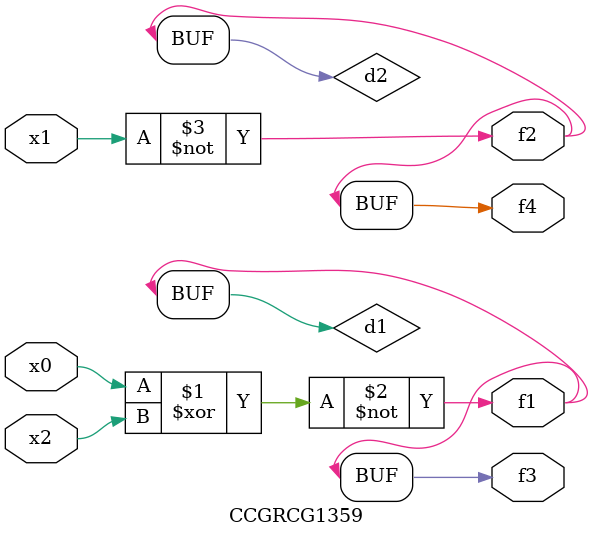
<source format=v>
module CCGRCG1359(
	input x0, x1, x2,
	output f1, f2, f3, f4
);

	wire d1, d2, d3;

	xnor (d1, x0, x2);
	nand (d2, x1);
	nor (d3, x1, x2);
	assign f1 = d1;
	assign f2 = d2;
	assign f3 = d1;
	assign f4 = d2;
endmodule

</source>
